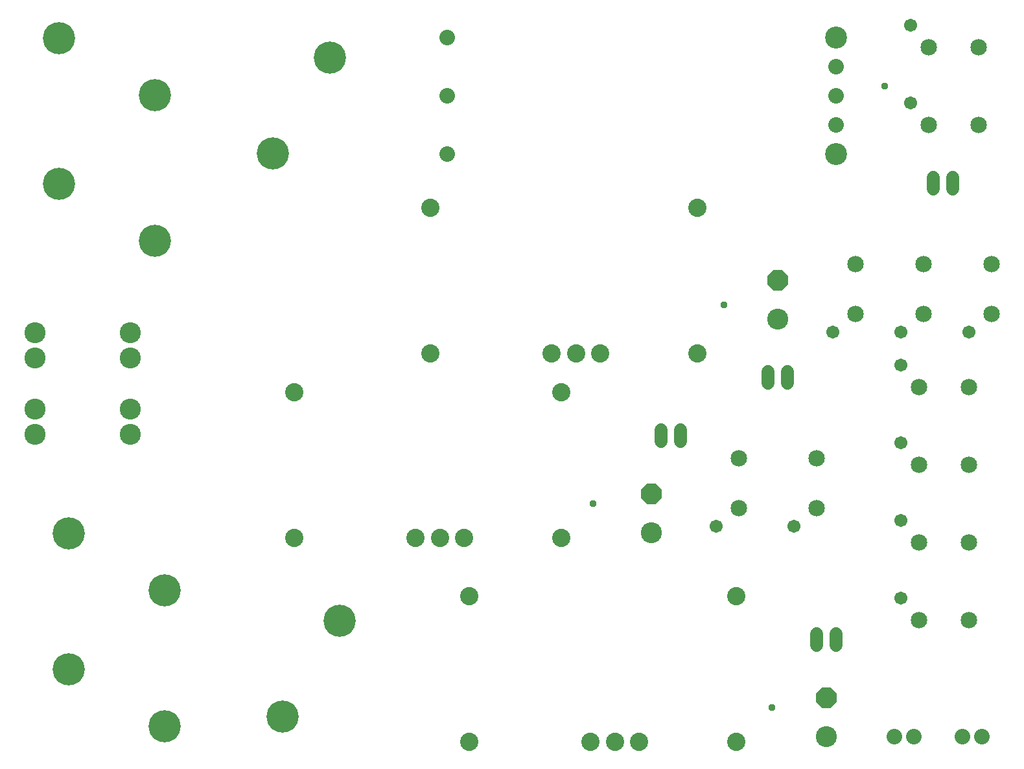
<source format=gbs>
G75*
%MOIN*%
%OFA0B0*%
%FSLAX25Y25*%
%IPPOS*%
%LPD*%
%AMOC8*
5,1,8,0,0,1.08239X$1,22.5*
%
%ADD10C,0.10800*%
%ADD11OC8,0.10800*%
%ADD12C,0.16548*%
%ADD13C,0.06706*%
%ADD14C,0.08477*%
%ADD15C,0.08000*%
%ADD16C,0.11300*%
%ADD17C,0.09400*%
%ADD18C,0.06737*%
%ADD19C,0.03778*%
D10*
X0023992Y0186591D03*
X0023992Y0199701D03*
X0023992Y0225961D03*
X0023992Y0239071D03*
X0073205Y0239071D03*
X0073205Y0225961D03*
X0073205Y0199701D03*
X0073205Y0186591D03*
X0341000Y0136000D03*
X0431000Y0031000D03*
X0406000Y0246000D03*
D11*
X0406000Y0266000D03*
X0341000Y0156000D03*
X0431000Y0051000D03*
D12*
X0041394Y0065764D03*
X0090606Y0036236D03*
X0151236Y0041394D03*
X0180764Y0090606D03*
X0090606Y0106236D03*
X0041394Y0135764D03*
X0085606Y0286236D03*
X0036394Y0315764D03*
X0085606Y0361236D03*
X0036394Y0390764D03*
X0146236Y0331394D03*
X0175764Y0380606D03*
D13*
X0434504Y0239425D03*
X0469504Y0239425D03*
X0469425Y0222496D03*
X0504504Y0239425D03*
X0469425Y0182496D03*
X0469425Y0142496D03*
X0469425Y0102496D03*
X0414504Y0139425D03*
X0374504Y0139425D03*
X0474425Y0357496D03*
X0474425Y0397496D03*
D14*
X0483677Y0386000D03*
X0509268Y0386000D03*
X0509268Y0346000D03*
X0483677Y0346000D03*
X0481000Y0274268D03*
X0481000Y0248677D03*
X0446000Y0248677D03*
X0446000Y0274268D03*
X0516000Y0274268D03*
X0516000Y0248677D03*
X0504268Y0211000D03*
X0478677Y0211000D03*
X0478677Y0171000D03*
X0504268Y0171000D03*
X0504268Y0131000D03*
X0478677Y0131000D03*
X0478677Y0091000D03*
X0504268Y0091000D03*
X0426000Y0148677D03*
X0426000Y0174268D03*
X0386000Y0174268D03*
X0386000Y0148677D03*
D15*
X0466000Y0031000D03*
X0476000Y0031000D03*
X0501000Y0031000D03*
X0511000Y0031000D03*
X0236000Y0331000D03*
X0236000Y0361000D03*
X0236000Y0391000D03*
X0436000Y0376000D03*
X0436000Y0361000D03*
X0436000Y0346000D03*
D16*
X0436000Y0331000D03*
X0436000Y0391000D03*
D17*
X0364750Y0303500D03*
X0364750Y0228500D03*
X0314750Y0228500D03*
X0302250Y0228500D03*
X0289750Y0228500D03*
X0294750Y0208500D03*
X0227250Y0228500D03*
X0157250Y0208500D03*
X0157250Y0133500D03*
X0219750Y0133500D03*
X0232250Y0133500D03*
X0244750Y0133500D03*
X0247250Y0103500D03*
X0294750Y0133500D03*
X0384750Y0103500D03*
X0384750Y0028500D03*
X0334750Y0028500D03*
X0322250Y0028500D03*
X0309750Y0028500D03*
X0247250Y0028500D03*
X0227250Y0303500D03*
D18*
X0346000Y0188969D02*
X0346000Y0183031D01*
X0356000Y0183031D02*
X0356000Y0188969D01*
X0401000Y0213031D02*
X0401000Y0218969D01*
X0411000Y0218969D02*
X0411000Y0213031D01*
X0486000Y0313031D02*
X0486000Y0318969D01*
X0496000Y0318969D02*
X0496000Y0313031D01*
X0436000Y0083969D02*
X0436000Y0078031D01*
X0426000Y0078031D02*
X0426000Y0083969D01*
D19*
X0403000Y0046000D03*
X0311000Y0151000D03*
X0378500Y0253500D03*
X0461000Y0366000D03*
M02*

</source>
